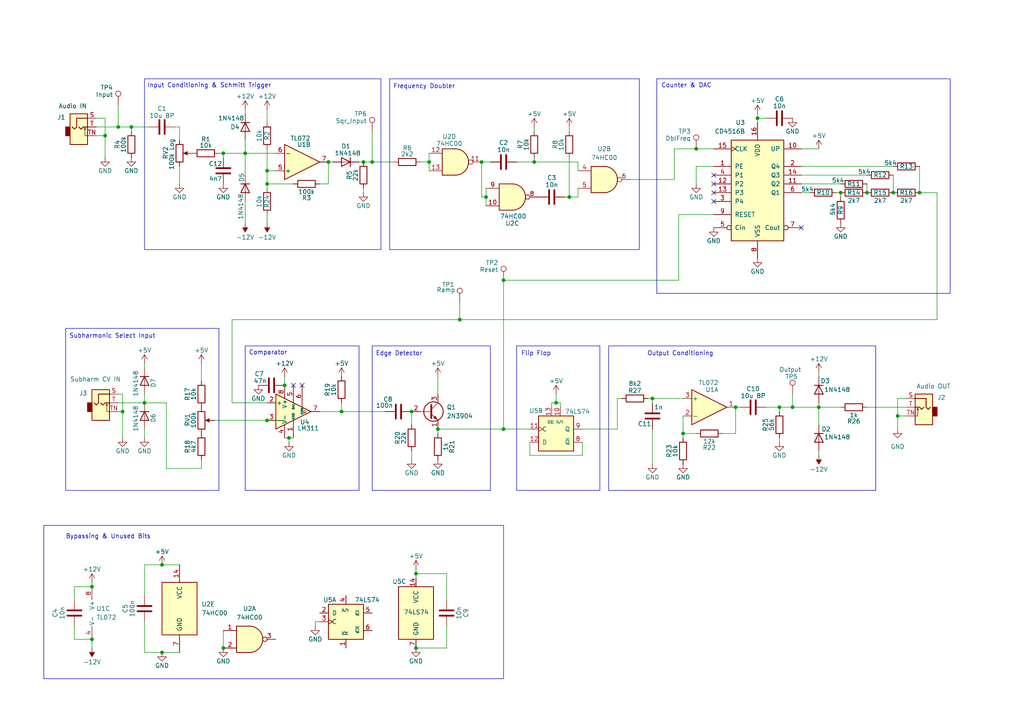
<source format=kicad_sch>
(kicad_sch (version 20250114) (generator "eeschema") (generator_version "9.0")
  (paper "A4")
  (title_block (title "Subharmolizer Schematic") (date "2025-09-20") (rev "2") (company "molen, inc."))
  (lib_symbols
    (symbol "74LS74_1" (pin_names (offset 1.016))
      (property "Reference" "U5" (at -6.604 6.35 0))
      (property "Value" "74LS74" (at 2.54 6.35 0))
      (symbol "74LS74_1_1_0"
        (pin input line (at -7.62 2.54 0) (length 2.54) (name "D") (number "2"))
        (pin input clock (at -7.62 0 0) (length 2.54) (name "C") (number "3"))
        (pin input line (at 0 7.62 270) (length 2.54) (name "~{S}") (number "4"))
        (pin input line (at 0 -7.62 90) (length 2.54) (name "~{R}") (number "1"))
        (pin output line (at 7.62 2.54 180) (length 2.54) (name "Q") (number "5"))
        (pin output line (at 7.62 -2.54 180) (length 2.54) (name "~{Q}") (number "6"))
      )
      (symbol "74LS74_1_2_0"
        (pin input clock (at -7.62 1.27 0) (length 2.54) (name "C") (number "11"))
        (pin input line (at -7.62 -2.54 0) (length 2.54) (name "D") (number "12"))
        (pin input line (at -1.27 7.62 270) (length 2.54) (name "~{R}") (number "13"))
        (pin input line (at 1.27 7.62 270) (length 2.54) (name "~{S}") (number "10"))
        (pin output line (at 7.62 1.27 180) (length 2.54) (name "Q") (number "9"))
        (pin output line (at 7.62 -2.54 180) (length 2.54) (name "~{Q}") (number "8"))
      )
      (symbol "74LS74_1_3_0"
        (pin power_in line (at 0 10.16 270) (length 2.54) (name "VCC") (number "14"))
        (pin power_in line (at 0 -10.16 90) (length 2.54) (name "GND") (number "7"))
      )
    )
    (symbol "74LS74_2" (pin_names (offset 1.016))
      (property "Reference" "U5" (at -6.604 6.35 0))
      (property "Value" "74LS74" (at 2.54 6.35 0))
      (symbol "74LS74_2_1_0"
        (pin input line (at -7.62 2.54 0) (length 2.54) (name "D") (number "2"))
        (pin input clock (at -7.62 0 0) (length 2.54) (name "C") (number "3"))
        (pin input line (at 0 7.62 270) (length 2.54) (name "~{S}") (number "4"))
        (pin input line (at 0 -7.62 90) (length 2.54) (name "~{R}") (number "1"))
        (pin output line (at 7.62 2.54 180) (length 2.54) (name "Q") (number "5"))
        (pin output line (at 7.62 -2.54 180) (length 2.54) (name "~{Q}") (number "6"))
      )
      (symbol "74LS74_2_2_0"
        (pin input clock (at -7.62 1.27 0) (length 2.54) (name "C") (number "11"))
        (pin input line (at -7.62 -2.54 0) (length 2.54) (name "D") (number "12"))
        (pin input line (at -1.27 7.62 270) (length 2.54) (name "~{R}") (number "13"))
        (pin input line (at 1.27 7.62 270) (length 2.54) (name "~{S}") (number "10"))
        (pin output line (at 7.62 1.27 180) (length 2.54) (name "Q") (number "9"))
        (pin output line (at 7.62 -2.54 180) (length 2.54) (name "~{Q}") (number "8"))
      )
      (symbol "74LS74_2_3_0"
        (pin power_in line (at 0 10.16 270) (length 2.54) (name "VCC") (number "14"))
        (pin power_in line (at 0 -10.16 90) (length 2.54) (name "GND") (number "7"))
      )
    )
    (symbol "74xx:74HC00" (pin_names (offset 1.016))
      (property "Reference" "U" (at 0 1.27 0))
      (property "Value" "74HC00" (at 0 -1.27 0))
      (symbol "74HC00_1_1"
        (pin input line (at -7.62 2.54 0) (length 3.81) (name "~") (number "1"))
        (pin input line (at -7.62 -2.54 0) (length 3.81) (name "~") (number "2"))
        (pin output inverted (at 7.62 0 180) (length 3.81) (name "~") (number "3"))
      )
      (symbol "74HC00_1_2"
        (pin input inverted (at -7.62 2.54 0) (length 4.318) (name "~") (number "1"))
        (pin input inverted (at -7.62 -2.54 0) (length 4.318) (name "~") (number "2"))
        (pin output line (at 7.62 0 180) (length 3.81) (name "~") (number "3"))
      )
      (symbol "74HC00_2_1"
        (pin input line (at -7.62 2.54 0) (length 3.81) (name "~") (number "4"))
        (pin input line (at -7.62 -2.54 0) (length 3.81) (name "~") (number "5"))
        (pin output inverted (at 7.62 0 180) (length 3.81) (name "~") (number "6"))
      )
      (symbol "74HC00_2_2"
        (pin input inverted (at -7.62 2.54 0) (length 4.318) (name "~") (number "4"))
        (pin input inverted (at -7.62 -2.54 0) (length 4.318) (name "~") (number "5"))
        (pin output line (at 7.62 0 180) (length 3.81) (name "~") (number "6"))
      )
      (symbol "74HC00_3_1"
        (pin input line (at -7.62 2.54 0) (length 3.81) (name "~") (number "9"))
        (pin input line (at -7.62 -2.54 0) (length 3.81) (name "~") (number "10"))
        (pin output inverted (at 7.62 0 180) (length 3.81) (name "~") (number "8"))
      )
      (symbol "74HC00_3_2"
        (pin input inverted (at -7.62 2.54 0) (length 4.318) (name "~") (number "9"))
        (pin input inverted (at -7.62 -2.54 0) (length 4.318) (name "~") (number "10"))
        (pin output line (at 7.62 0 180) (length 3.81) (name "~") (number "8"))
      )
      (symbol "74HC00_4_1"
        (pin input line (at -7.62 2.54 0) (length 3.81) (name "~") (number "12"))
        (pin input line (at -7.62 -2.54 0) (length 3.81) (name "~") (number "13"))
        (pin output inverted (at 7.62 0 180) (length 3.81) (name "~") (number "11"))
      )
      (symbol "74HC00_4_2"
        (pin input inverted (at -7.62 2.54 0) (length 4.318) (name "~") (number "12"))
        (pin input inverted (at -7.62 -2.54 0) (length 4.318) (name "~") (number "13"))
        (pin output line (at 7.62 0 180) (length 3.81) (name "~") (number "11"))
      )
      (symbol "74HC00_5_0"
        (pin power_in line (at 0 12.7 270) (length 5.08) (name "VCC") (number "14"))
        (pin power_in line (at 0 -12.7 90) (length 5.08) (name "GND") (number "7"))
      )
    )
    (symbol "74xx:74LS74" (pin_names (offset 1.016))
      (property "Reference" "U5" (at -6.604 6.35 0))
      (property "Value" "74LS74" (at 2.54 6.35 0))
      (symbol "74LS74_1_0"
        (pin input line (at -7.62 2.54 0) (length 2.54) (name "D") (number "2"))
        (pin input clock (at -7.62 0 0) (length 2.54) (name "C") (number "3"))
        (pin input line (at 0 7.62 270) (length 2.54) (name "~{S}") (number "4"))
        (pin input line (at 0 -7.62 90) (length 2.54) (name "~{R}") (number "1"))
        (pin output line (at 7.62 2.54 180) (length 2.54) (name "Q") (number "5"))
        (pin output line (at 7.62 -2.54 180) (length 2.54) (name "~{Q}") (number "6"))
      )
      (symbol "74LS74_2_0"
        (pin input clock (at -7.62 1.27 0) (length 2.54) (name "C") (number "11"))
        (pin input line (at -7.62 -2.54 0) (length 2.54) (name "D") (number "12"))
        (pin input line (at -1.27 7.62 270) (length 2.54) (name "~{R}") (number "13"))
        (pin input line (at 1.27 7.62 270) (length 2.54) (name "~{S}") (number "10"))
        (pin output line (at 7.62 1.27 180) (length 2.54) (name "Q") (number "9"))
        (pin output line (at 7.62 -2.54 180) (length 2.54) (name "~{Q}") (number "8"))
      )
      (symbol "74LS74_3_0"
        (pin power_in line (at 0 10.16 270) (length 2.54) (name "VCC") (number "14"))
        (pin power_in line (at 0 -10.16 90) (length 2.54) (name "GND") (number "7"))
      )
    )
    (symbol "Amplifier_Operational:TL072" (pin_names (offset 0.127))
      (property "Reference" "U" (at 0 5.08 0))
      (property "Value" "TL072" (at 0 -5.08 0))
      (symbol "TL072_1_1"
        (pin input line (at -7.62 2.54 0) (length 2.54) (name "+") (number "3"))
        (pin input line (at -7.62 -2.54 0) (length 2.54) (name "-") (number "2"))
        (pin output line (at 7.62 0 180) (length 2.54) (name "~") (number "1"))
      )
      (symbol "TL072_2_1"
        (pin input line (at -7.62 2.54 0) (length 2.54) (name "+") (number "5"))
        (pin input line (at -7.62 -2.54 0) (length 2.54) (name "-") (number "6"))
        (pin output line (at 7.62 0 180) (length 2.54) (name "~") (number "7"))
      )
      (symbol "TL072_3_1"
        (pin power_in line (at -2.54 7.62 270) (length 3.81) (name "V+") (number "8"))
        (pin power_in line (at -2.54 -7.62 90) (length 3.81) (name "V-") (number "4"))
      )
    )
    (symbol "Comparator:LM311" (pin_names (offset 0.127))
      (property "Reference" "U" (at 3.81 6.35 0))
      (property "Value" "LM311" (at 3.81 3.81 0))
      (symbol "LM311_1_1"
        (pin input line (at -7.62 2.54 0) (length 2.54) (name "+") (number "2"))
        (pin input line (at -7.62 -2.54 0) (length 2.54) (name "-") (number "3"))
        (pin power_in line (at -2.54 7.62 270) (length 3.81) (name "V+") (number "8"))
        (pin power_in line (at -2.54 -7.62 90) (length 3.81) (name "V-") (number "4"))
        (pin input line (at 0 7.62 270) (length 5.08) (name "BAL") (number "5"))
        (pin passive line (at 0 -7.62 90) (length 5.08) (name "GND") (number "1"))
        (pin input line (at 2.54 7.62 270) (length 6.35) (name "STRB") (number "6"))
        (pin open_collector line (at 7.62 0 180) (length 2.54) (name "~") (number "7"))
      )
    )
    (symbol "Connector:TestPoint" (pin_numbers (hide yes)) (pin_names (offset 0.762) (hide yes))
      (property "Reference" "TP" (at 0 6.858 0))
      (property "Value" "TestPoint" (at 0 5.08 0))
      (symbol "TestPoint_1_1"
        (pin passive line (at 0 0 90) (length 2.54) (name "1") (number "1"))
      )
    )
    (symbol "Connector_Audio:AudioJack2_SwitchT"
      (property "Reference" "J" (at 0 8.89 0))
      (property "Value" "AudioJack2_SwitchT" (at 0 6.35 0))
      (symbol "AudioJack2_SwitchT_1_1"
        (pin passive line (at 5.08 2.54 180) (length 2.54) (name "~") (number "S"))
        (pin passive line (at 5.08 0 180) (length 2.54) (name "~") (number "T"))
        (pin passive line (at 5.08 -2.54 180) (length 2.54) (name "~") (number "TN"))
      )
    )
    (symbol "Device:C" (pin_numbers (hide yes)) (pin_names (offset 0.254))
      (property "Reference" "C" (at 0.635 2.54 0))
      (property "Value" "C" (at 0.635 -2.54 0))
      (symbol "C_1_1"
        (pin passive line (at 0 3.81 270) (length 2.794) (name "~") (number "1"))
        (pin passive line (at 0 -3.81 90) (length 2.794) (name "~") (number "2"))
      )
    )
    (symbol "Device:R" (pin_numbers (hide yes)) (pin_names (offset 0))
      (property "Reference" "R" (at 2.032 0 90))
      (property "Value" "R" (at 0 0 90))
      (symbol "R_1_1"
        (pin passive line (at 0 3.81 270) (length 1.27) (name "~") (number "1"))
        (pin passive line (at 0 -3.81 90) (length 1.27) (name "~") (number "2"))
      )
    )
    (symbol "Device:R_Potentiometer" (pin_numbers (hide yes)) (pin_names (offset 1.016) (hide yes))
      (property "Reference" "RV" (at -4.445 0 90))
      (property "Value" "R_Potentiometer" (at -2.54 0 90))
      (symbol "R_Potentiometer_1_1"
        (pin passive line (at 0 3.81 270) (length 1.27) (name "1") (number "1"))
        (pin passive line (at 0 -3.81 90) (length 1.27) (name "3") (number "3"))
        (pin passive line (at 3.81 0 180) (length 1.27) (name "2") (number "2"))
      )
    )
    (symbol "Diode:1N4148" (pin_numbers (hide yes)) (pin_names (hide yes))
      (property "Reference" "D" (at 0 2.54 0))
      (property "Value" "1N4148" (at 0 -2.54 0))
      (symbol "1N4148_1_1"
        (pin passive line (at -3.81 0 0) (length 2.54) (name "K") (number "1"))
        (pin passive line (at 3.81 0 180) (length 2.54) (name "A") (number "2"))
      )
    )
    (symbol "MolenSymbols:4516" (pin_names (offset 1.016))
      (property "Reference" "U" (at -7.62 16.51 0))
      (property "Value" "CD4516B" (at -7.112 -16.002 0))
      (symbol "4516_1_0"
        (pin input clock (at -12.7 12.7 0) (length 5.08) (name "CLK") (number "15"))
        (pin input line (at -12.7 7.62 0) (length 5.08) (name "PE") (number "1"))
        (pin input line (at -12.7 5.08 0) (length 5.08) (name "P1") (number "4"))
        (pin input line (at -12.7 2.54 0) (length 5.08) (name "P2") (number "12"))
        (pin input line (at -12.7 0 0) (length 5.08) (name "P3") (number "13"))
        (pin input line (at -12.7 -2.54 0) (length 5.08) (name "P4") (number "3"))
        (pin input line (at -12.7 -6.35 0) (length 5.08) (name "RESET") (number "9"))
        (pin input inverted (at -12.7 -10.16 0) (length 5.08) (name "Cin") (number "5"))
        (pin power_in line (at 0 20.32 270) (length 5.08) (name "VDD") (number "16"))
        (pin power_in line (at 0 -19.05 90) (length 5.08) (name "VSS") (number "8"))
        (pin input line (at 12.7 12.7 180) (length 5.08) (name "UP") (number "10"))
        (pin output line (at 12.7 7.62 180) (length 5.08) (name "Q4") (number "2"))
        (pin output line (at 12.7 5.08 180) (length 5.08) (name "Q3") (number "14"))
        (pin output line (at 12.7 2.54 180) (length 5.08) (name "Q2") (number "11"))
        (pin output line (at 12.7 0 180) (length 5.08) (name "Q1") (number "6"))
        (pin output inverted (at 12.7 -10.16 180) (length 5.08) (name "Cout") (number "7"))
      )
    )
    (symbol "Transistor_BJT:2N3904" (pin_names (offset 0) (hide yes))
      (property "Reference" "Q" (at 5.08 1.905 0))
      (property "Value" "2N3904" (at 5.08 0 0))
      (symbol "2N3904_1_1"
        (pin input line (at -5.08 0 0) (length 2.54) (name "B") (number "2"))
        (pin passive line (at 2.54 5.08 270) (length 2.54) (name "C") (number "3"))
        (pin passive line (at 2.54 -5.08 90) (length 2.54) (name "E") (number "1"))
      )
    )
    (symbol "power:+12V" (power) (pin_numbers (hide yes)) (pin_names (offset 0) (hide yes))
      (property "Value" "+12V" (at 0 3.556 0))
      (symbol "+12V_1_1"
        (pin power_in line (at 0 0 90) (length 0) (name "~") (number "1"))
      )
    )
    (symbol "power:+5V" (power) (pin_numbers (hide yes)) (pin_names (offset 0) (hide yes))
      (property "Value" "+5V" (at 0 3.556 0))
      (symbol "+5V_1_1"
        (pin power_in line (at 0 0 90) (length 0) (name "~") (number "1"))
      )
    )
    (symbol "power:-12V" (power) (pin_numbers (hide yes)) (pin_names (offset 0) (hide yes))
      (property "Value" "-12V" (at 0 3.556 0))
      (symbol "-12V_0_0"
        (pin power_in line (at 0 0 90) (length 0) (name "~") (number "1"))
      )
    )
    (symbol "power:GND" (power) (pin_numbers (hide yes)) (pin_names (offset 0) (hide yes))
      (property "Value" "GND" (at 0 -3.81 0))
      (symbol "GND_1_1"
        (pin power_in line (at 0 0 270) (length 0) (name "~") (number "1"))
      )
    )
  )
  (rectangle (start 41.91 22.86) (end 110.49 72.39))
  (rectangle (start 107.95 100.33) (end 142.24 142.24))
  (rectangle (start 12.7 152.4) (end 146.05 196.85))
  (rectangle (start 113.03 22.86) (end 185.42 72.39))
  (rectangle (start 149.86 100.33) (end 173.99 142.24))
  (rectangle (start 176.53 100.33) (end 254 142.24))
  (rectangle (start 19.05 95.25) (end 63.5 142.24))
  (rectangle (start 71.12 100.33) (end 104.14 142.24))
  (rectangle (start 190.5 22.86) (end 275.59 85.09))
  (text "Bypassing & Unused Bits" (at 19.05 155.702 0) (effects (font (size 1.27 1.27)) (justify left)))
  (text "Frequency Doubler" (at 114.046 25.146 0) (effects (font (size 1.27 1.27)) (justify left)))
  (text "Counter & DAC" (at 191.77 24.892 0) (effects (font (size 1.27 1.27)) (justify left)))
  (text "Edge Detector" (at 108.966 102.616 0) (effects (font (size 1.27 1.27)) (justify left)))
  (text "Input Conditioning & Schmitt Trigger" (at 60.706 24.892 0) (effects (font (size 1.27 1.27))))
  (text "Flip Flop" (at 151.13 102.616 0) (effects (font (size 1.27 1.27)) (justify left)))
  (text "Output Conditioning" (at 187.706 102.616 0) (effects (font (size 1.27 1.27)) (justify left)))
  (text "Comparator" (at 72.136 102.362 0) (effects (font (size 1.27 1.27)) (justify left)))
  (text "Subharmonic Select Input" (at 20.066 97.536 0) (effects (font (size 1.27 1.27)) (justify left)))
  (junction (at 107.95 46.99))
  (junction (at 243.84 55.88))
  (junction (at 198.12 125.73))
  (junction (at 46.99 163.83))
  (junction (at 34.29 36.83))
  (junction (at 127 124.46))
  (junction (at 124.46 46.99))
  (junction (at 146.05 124.46))
  (junction (at 82.55 111.76))
  (junction (at 226.06 118.11))
  (junction (at 213.36 118.11))
  (junction (at 165.1 57.15))
  (junction (at 189.23 115.57))
  (junction (at 154.94 46.99))
  (junction (at 26.67 170.18))
  (junction (at 77.47 121.92))
  (junction (at 38.1 36.83))
  (junction (at 133.35 92.71))
  (junction (at 30.48 39.37))
  (junction (at 99.06 119.38))
  (junction (at 77.47 53.34))
  (junction (at 64.77 44.45))
  (junction (at 146.05 81.28))
  (junction (at 260.35 120.65))
  (junction (at 35.56 119.38))
  (junction (at 266.7 55.88))
  (junction (at 83.82 127))
  (junction (at 105.41 46.99))
  (junction (at 237.49 118.11))
  (junction (at 77.47 49.53))
  (junction (at 26.67 185.42))
  (junction (at 259.08 55.88))
  (junction (at 64.77 187.96))
  (junction (at 120.65 166.37))
  (junction (at 251.46 55.88))
  (junction (at 161.29 116.84))
  (junction (at 140.97 57.15))
  (junction (at 41.91 116.84))
  (junction (at 139.7 46.99))
  (junction (at 201.93 43.18))
  (junction (at 71.12 44.45))
  (junction (at 95.25 46.99))
  (junction (at 119.38 119.38))
  (junction (at 46.99 189.23))
  (junction (at 120.65 187.96))
  (junction (at 219.71 34.29))
  (junction (at 229.87 118.11))
  (no_connect (at 207.01 58.42))
  (no_connect (at 207.01 50.8))
  (no_connect (at 85.09 111.76))
  (no_connect (at 207.01 53.34))
  (no_connect (at 232.41 66.04))
  (no_connect (at 87.63 111.76))
  (no_connect (at 207.01 55.88))
  (wire (pts (xy 142.24 46.99) (xy 139.7 46.99)))
  (wire (pts (xy 243.84 55.88) (xy 243.84 57.15)))
  (wire (pts (xy 127 109.22) (xy 127 114.3)))
  (wire (pts (xy 111.76 119.38) (xy 99.06 119.38)))
  (wire (pts (xy 140.97 57.15) (xy 140.97 59.69)))
  (wire (pts (xy 139.7 57.15) (xy 140.97 57.15)))
  (wire (pts (xy 34.29 36.83) (xy 38.1 36.83)))
  (wire (pts (xy 133.35 92.71) (xy 133.35 87.63)))
  (wire (pts (xy 127 125.73) (xy 127 124.46)))
  (wire (pts (xy 189.23 124.46) (xy 189.23 134.62)))
  (wire (pts (xy 52.07 48.26) (xy 52.07 53.34)))
  (wire (pts (xy 213.36 118.11) (xy 213.36 125.73)))
  (wire (pts (xy 77.47 116.84) (xy 67.31 116.84)))
  (wire (pts (xy 99.06 119.38) (xy 92.71 119.38)))
  (wire (pts (xy 219.71 34.29) (xy 219.71 35.56)))
  (wire (pts (xy 160.02 116.84) (xy 161.29 116.84)))
  (wire (pts (xy 163.83 57.15) (xy 165.1 57.15)))
  (wire (pts (xy 82.55 121.92) (xy 77.47 121.92)))
  (wire (pts (xy 260.35 120.65) (xy 260.35 124.46)))
  (wire (pts (xy 107.95 38.1) (xy 107.95 46.99)))
  (wire (pts (xy 251.46 118.11) (xy 262.89 118.11)))
  (wire (pts (xy 232.41 48.26) (xy 259.08 48.26)))
  (wire (pts (xy 133.35 92.71) (xy 271.78 92.71)))
  (wire (pts (xy 179.07 124.46) (xy 168.91 124.46)))
  (wire (pts (xy 154.94 46.99) (xy 154.94 45.72)))
  (wire (pts (xy 226.06 119.38) (xy 226.06 118.11)))
  (wire (pts (xy 34.29 116.84) (xy 41.91 116.84)))
  (wire (pts (xy 179.07 115.57) (xy 179.07 124.46)))
  (wire (pts (xy 167.64 46.99) (xy 167.64 49.53)))
  (wire (pts (xy 77.47 31.75) (xy 77.47 35.56)))
  (wire (pts (xy 146.05 81.28) (xy 146.05 124.46)))
  (wire (pts (xy 234.95 55.88) (xy 232.41 55.88)))
  (wire (pts (xy 237.49 123.19) (xy 237.49 118.11)))
  (wire (pts (xy 262.89 120.65) (xy 260.35 120.65)))
  (wire (pts (xy 149.86 46.99) (xy 154.94 46.99)))
  (wire (pts (xy 229.87 118.11) (xy 237.49 118.11)))
  (wire (pts (xy 189.23 115.57) (xy 198.12 115.57)))
  (wire (pts (xy 201.93 125.73) (xy 198.12 125.73)))
  (wire (pts (xy 41.91 172.72) (xy 41.91 163.83)))
  (wire (pts (xy 165.1 45.72) (xy 165.1 57.15)))
  (wire (pts (xy 259.08 50.8) (xy 259.08 55.88)))
  (wire (pts (xy 232.41 43.18) (xy 237.49 43.18)))
  (wire (pts (xy 64.77 45.72) (xy 64.77 44.45)))
  (wire (pts (xy 107.95 46.99) (xy 114.3 46.99)))
  (wire (pts (xy 207.01 48.26) (xy 201.93 48.26)))
  (wire (pts (xy 34.29 119.38) (xy 35.56 119.38)))
  (wire (pts (xy 27.94 34.29) (xy 30.48 34.29)))
  (wire (pts (xy 105.41 55.88) (xy 105.41 54.61)))
  (wire (pts (xy 41.91 163.83) (xy 46.99 163.83)))
  (wire (pts (xy 77.47 62.23) (xy 77.47 64.77)))
  (wire (pts (xy 161.29 114.3) (xy 161.29 116.84)))
  (wire (pts (xy 213.36 125.73) (xy 209.55 125.73)))
  (wire (pts (xy 83.82 127) (xy 85.09 127)))
  (wire (pts (xy 201.93 43.18) (xy 207.01 43.18)))
  (wire (pts (xy 121.92 46.99) (xy 124.46 46.99)))
  (wire (pts (xy 82.55 109.22) (xy 82.55 111.76)))
  (wire (pts (xy 127 124.46) (xy 146.05 124.46)))
  (wire (pts (xy 260.35 115.57) (xy 262.89 115.57)))
  (wire (pts (xy 21.59 185.42) (xy 26.67 185.42)))
  (wire (pts (xy 140.97 54.61) (xy 140.97 57.15)))
  (wire (pts (xy 222.25 118.11) (xy 226.06 118.11)))
  (wire (pts (xy 196.85 81.28) (xy 146.05 81.28)))
  (wire (pts (xy 38.1 36.83) (xy 43.18 36.83)))
  (wire (pts (xy 41.91 189.23) (xy 46.99 189.23)))
  (wire (pts (xy 105.41 46.99) (xy 107.95 46.99)))
  (wire (pts (xy 64.77 44.45) (xy 71.12 44.45)))
  (wire (pts (xy 41.91 180.34) (xy 41.91 189.23)))
  (wire (pts (xy 27.94 36.83) (xy 34.29 36.83)))
  (wire (pts (xy 154.94 36.83) (xy 154.94 38.1)))
  (wire (pts (xy 214.63 118.11) (xy 213.36 118.11)))
  (wire (pts (xy 71.12 44.45) (xy 71.12 50.8)))
  (wire (pts (xy 92.71 180.34) (xy 91.44 180.34)))
  (wire (pts (xy 30.48 34.29) (xy 30.48 39.37)))
  (wire (pts (xy 120.65 166.37) (xy 129.54 166.37)))
  (wire (pts (xy 71.12 58.42) (xy 71.12 64.77)))
  (wire (pts (xy 251.46 53.34) (xy 251.46 55.88)))
  (wire (pts (xy 21.59 173.99) (xy 21.59 170.18)))
  (wire (pts (xy 91.44 180.34) (xy 91.44 181.61)))
  (wire (pts (xy 34.29 30.48) (xy 34.29 36.83)))
  (wire (pts (xy 92.71 53.34) (xy 95.25 53.34)))
  (wire (pts (xy 168.91 128.27) (xy 168.91 132.08)))
  (wire (pts (xy 237.49 130.81) (xy 237.49 132.08)))
  (wire (pts (xy 198.12 127) (xy 198.12 125.73)))
  (wire (pts (xy 58.42 105.41) (xy 58.42 110.49)))
  (wire (pts (xy 26.67 168.91) (xy 26.67 170.18)))
  (wire (pts (xy 237.49 109.22) (xy 237.49 107.95)))
  (wire (pts (xy 195.58 52.07) (xy 182.88 52.07)))
  (wire (pts (xy 77.47 43.18) (xy 77.47 49.53)))
  (wire (pts (xy 77.47 53.34) (xy 85.09 53.34)))
  (wire (pts (xy 52.07 36.83) (xy 52.07 40.64)))
  (wire (pts (xy 41.91 105.41) (xy 41.91 106.68)))
  (wire (pts (xy 77.47 53.34) (xy 77.47 54.61)))
  (wire (pts (xy 83.82 128.27) (xy 83.82 127)))
  (wire (pts (xy 162.56 118.11) (xy 162.56 116.84)))
  (wire (pts (xy 242.57 55.88) (xy 243.84 55.88)))
  (wire (pts (xy 139.7 57.15) (xy 139.7 46.99)))
  (wire (pts (xy 129.54 181.61) (xy 129.54 187.96)))
  (wire (pts (xy 160.02 118.11) (xy 160.02 116.84)))
  (wire (pts (xy 189.23 115.57) (xy 189.23 116.84)))
  (wire (pts (xy 198.12 125.73) (xy 198.12 120.65)))
  (wire (pts (xy 120.65 165.1) (xy 120.65 166.37)))
  (wire (pts (xy 71.12 40.64) (xy 71.12 44.45)))
  (wire (pts (xy 196.85 62.23) (xy 196.85 81.28)))
  (wire (pts (xy 162.56 116.84) (xy 161.29 116.84)))
  (wire (pts (xy 201.93 48.26) (xy 201.93 53.34)))
  (wire (pts (xy 26.67 187.96) (xy 26.67 185.42)))
  (wire (pts (xy 41.91 124.46) (xy 41.91 127)))
  (wire (pts (xy 129.54 173.99) (xy 129.54 166.37)))
  (wire (pts (xy 35.56 114.3) (xy 35.56 119.38)))
  (wire (pts (xy 80.01 44.45) (xy 71.12 44.45)))
  (wire (pts (xy 219.71 34.29) (xy 222.25 34.29)))
  (wire (pts (xy 77.47 49.53) (xy 80.01 49.53)))
  (wire (pts (xy 77.47 49.53) (xy 77.47 53.34)))
  (wire (pts (xy 167.64 57.15) (xy 167.64 54.61)))
  (wire (pts (xy 52.07 189.23) (xy 46.99 189.23)))
  (wire (pts (xy 237.49 116.84) (xy 237.49 118.11)))
  (wire (pts (xy 38.1 36.83) (xy 38.1 38.1)))
  (wire (pts (xy 219.71 33.02) (xy 219.71 34.29)))
  (wire (pts (xy 34.29 114.3) (xy 35.56 114.3)))
  (wire (pts (xy 232.41 50.8) (xy 251.46 50.8)))
  (wire (pts (xy 30.48 39.37) (xy 30.48 45.72)))
  (wire (pts (xy 64.77 44.45) (xy 63.5 44.45)))
  (wire (pts (xy 71.12 31.75) (xy 71.12 33.02)))
  (wire (pts (xy 67.31 92.71) (xy 133.35 92.71)))
  (wire (pts (xy 266.7 48.26) (xy 266.7 55.88)))
  (wire (pts (xy 232.41 53.34) (xy 243.84 53.34)))
  (wire (pts (xy 271.78 55.88) (xy 266.7 55.88)))
  (wire (pts (xy 95.25 46.99) (xy 96.52 46.99)))
  (wire (pts (xy 129.54 187.96) (xy 120.65 187.96)))
  (wire (pts (xy 271.78 92.71) (xy 271.78 55.88)))
  (wire (pts (xy 195.58 43.18) (xy 195.58 52.07)))
  (wire (pts (xy 48.26 116.84) (xy 41.91 116.84)))
  (wire (pts (xy 52.07 36.83) (xy 50.8 36.83)))
  (wire (pts (xy 179.07 115.57) (xy 180.34 115.57)))
  (wire (pts (xy 83.82 127) (xy 82.55 127)))
  (wire (pts (xy 21.59 170.18) (xy 26.67 170.18)))
  (wire (pts (xy 41.91 114.3) (xy 41.91 116.84)))
  (wire (pts (xy 58.42 135.89) (xy 58.42 133.35)))
  (wire (pts (xy 67.31 92.71) (xy 67.31 116.84)))
  (wire (pts (xy 153.67 132.08) (xy 153.67 128.27)))
  (wire (pts (xy 195.58 43.18) (xy 201.93 43.18)))
  (wire (pts (xy 154.94 46.99) (xy 167.64 46.99)))
  (wire (pts (xy 229.87 114.3) (xy 229.87 118.11)))
  (wire (pts (xy 95.25 53.34) (xy 95.25 46.99)))
  (wire (pts (xy 119.38 119.38) (xy 119.38 123.19)))
  (wire (pts (xy 207.01 62.23) (xy 196.85 62.23)))
  (wire (pts (xy 124.46 44.45) (xy 124.46 46.99)))
  (wire (pts (xy 165.1 36.83) (xy 165.1 38.1)))
  (wire (pts (xy 124.46 46.99) (xy 124.46 49.53)))
  (wire (pts (xy 260.35 120.65) (xy 260.35 115.57)))
  (wire (pts (xy 104.14 46.99) (xy 105.41 46.99)))
  (wire (pts (xy 226.06 118.11) (xy 229.87 118.11)))
  (wire (pts (xy 168.91 132.08) (xy 153.67 132.08)))
  (wire (pts (xy 58.42 135.89) (xy 48.26 135.89)))
  (wire (pts (xy 187.96 115.57) (xy 189.23 115.57)))
  (wire (pts (xy 52.07 163.83) (xy 46.99 163.83)))
  (wire (pts (xy 120.65 166.37) (xy 120.65 167.64)))
  (wire (pts (xy 62.23 121.92) (xy 77.47 121.92)))
  (wire (pts (xy 237.49 118.11) (xy 243.84 118.11)))
  (wire (pts (xy 226.06 128.27) (xy 226.06 127)))
  (wire (pts (xy 146.05 124.46) (xy 153.67 124.46)))
  (wire (pts (xy 64.77 182.88) (xy 64.77 187.96)))
  (wire (pts (xy 48.26 135.89) (xy 48.26 116.84)))
  (wire (pts (xy 119.38 130.81) (xy 119.38 133.35)))
  (wire (pts (xy 35.56 119.38) (xy 35.56 127)))
  (wire (pts (xy 99.06 116.84) (xy 99.06 119.38)))
  (wire (pts (xy 27.94 39.37) (xy 30.48 39.37)))
  (wire (pts (xy 165.1 57.15) (xy 167.64 57.15)))
  (wire (pts (xy 21.59 181.61) (xy 21.59 185.42)))
  (symbol (lib_name "74LS74_2") (lib_id "74xx:74LS74") (at 100.33 180.34 0) (unit 1)
    (property "Reference" "U5" (at 93.726 173.99 0) (effects (justify left)))
    (property "Value" "74LS74" (at 102.87 173.99 0) (effects (justify left)))
    (property "Datasheet" "74xx/74hc_hct74.pdf" (effects (hide yes)))
    (property "Description" "Dual D Flip-flop, Set & Reset" (effects (hide yes)))
  )
  (symbol (lib_id "power:GND") (at 35.56 127 0) (unit 1)
    (property "Reference" "#PWR021" (effects (hide yes)))
    (property "Value" "GND" (at 35.56 130.81 0))
    (property "Description" "Power symbol creates a global label with name \"GND\" , ground" (effects (hide yes)))
  )
  (symbol (lib_id "Device:C") (at 46.99 36.83 90) (unit 1)
    (property "Reference" "C1" (at 46.99 31.496 90))
    (property "Value" "10u BP" (at 46.99 33.528 90))
    (property "Description" "Unpolarized capacitor" (effects (hide yes)))
  )
  (symbol (lib_id "Device:R") (at 243.84 60.96 0) (unit 1)
    (property "Reference" "R9" (at 243.84 60.96 90))
    (property "Value" "5k4" (at 241.554 60.706 90))
    (property "Description" "Resistor" (effects (hide yes)))
  )
  (symbol (lib_id "Device:R_Potentiometer") (at 58.42 121.92 0) (unit 1)
    (property "Reference" "RV1" (at 54.356 119.888 90) (effects (justify right)))
    (property "Value" "100k" (at 56.134 119.38 90) (effects (justify right)))
    (property "Description" "Linear Potentiometer" (effects (hide yes)))
  )
  (symbol (lib_id "Diode:1N4148") (at 41.91 110.49 270) (unit 1)
    (property "Reference" "D7" (at 44.45 109.728 0) (effects (justify left)))
    (property "Value" "1N4148" (at 39.37 107.442 0) (effects (justify left)))
    (property "Footprint" "Diode_THT:D_DO-35_SOD27_P7.62mm_Horizontal" (effects (hide yes)))
    (property "Datasheet" "https://assets.nexperia.com/documents/data-sheet/1N4148_1N4448.pdf" (effects (hide yes)))
    (property "Description" "100V 0.15A standard switching diode, DO-35" (effects (hide yes)))
    (property "Sim.Device" "D" (effects (hide yes)))
    (property "Sim.Pins" "1=K 2=A" (effects (hide yes)))
  )
  (symbol (lib_id "power:+12V") (at 26.67 168.91 0) (unit 1)
    (property "Reference" "#PWR06" (effects (hide yes)))
    (property "Value" "+12V" (at 26.67 165.1 0))
    (property "Description" "Power symbol creates a global label with name \"+12V\"" (effects (hide yes)))
  )
  (symbol (lib_id "Device:R") (at 247.65 53.34 270) (unit 1)
    (property "Reference" "R11" (at 247.65 53.34 90))
    (property "Value" "5k4" (at 243.078 52.324 90))
    (property "Description" "Resistor" (effects (hide yes)))
  )
  (symbol (lib_id "Device:R") (at 58.42 129.54 180) (unit 1)
    (property "Reference" "R18" (at 54.356 129.54 90))
    (property "Value" "4k7" (at 56.134 129.54 90))
    (property "Description" "Resistor" (effects (hide yes)))
  )
  (symbol (lib_id "power:GND") (at 260.35 124.46 0) (unit 1)
    (property "Reference" "#PWR02" (effects (hide yes)))
    (property "Value" "GND" (at 260.35 129.54 0))
    (property "Description" "Power symbol creates a global label with name \"GND\" , ground" (effects (hide yes)))
  )
  (symbol (lib_id "Amplifier_Operational:TL072") (at 205.74 118.11 0) (unit 1)
    (property "Reference" "U1" (at 206.502 113.03 0))
    (property "Value" "TL072" (at 205.486 110.998 0))
    (property "Datasheet" "http://www.ti.com/lit/ds/symlink/tl071.pdf" (effects (hide yes)))
    (property "Description" "Dual Low-Noise JFET-Input Operational Amplifiers, DIP-8/SOIC-8" (effects (hide yes)))
  )
  (symbol (lib_id "power:+5V") (at 154.94 36.83 0) (unit 1)
    (property "Reference" "#PWR011" (effects (hide yes)))
    (property "Value" "+5V" (at 154.94 33.02 0))
    (property "Description" "Power symbol creates a global label with name \"+5V\"" (effects (hide yes)))
  )
  (symbol (lib_id "Diode:1N4148") (at 41.91 120.65 270) (unit 1)
    (property "Reference" "D6" (at 44.45 119.888 0) (effects (justify left)))
    (property "Value" "1N4148" (at 39.37 117.602 0) (effects (justify left)))
    (property "Footprint" "Diode_THT:D_DO-35_SOD27_P7.62mm_Horizontal" (effects (hide yes)))
    (property "Datasheet" "https://assets.nexperia.com/documents/data-sheet/1N4148_1N4448.pdf" (effects (hide yes)))
    (property "Description" "100V 0.15A standard switching diode, DO-35" (effects (hide yes)))
    (property "Sim.Device" "D" (effects (hide yes)))
    (property "Sim.Pins" "1=K 2=A" (effects (hide yes)))
  )
  (symbol (lib_id "Transistor_BJT:2N3904") (at 124.46 119.38 0) (unit 1)
    (property "Reference" "Q1" (at 129.54 118.1099 0) (effects (justify left)))
    (property "Value" "2N3904" (at 129.54 120.6499 0) (effects (justify left)))
    (property "Footprint" "Package_TO_SOT_THT:TO-92_Inline" (effects (hide yes)))
    (property "Datasheet" "https://www.onsemi.com/pub/Collateral/2N3903-D.PDF" (effects (hide yes)))
    (property "Description" "0.2A Ic, 40V Vce, Small Signal NPN Transistor, TO-92" (effects (hide yes)))
  )
  (symbol (lib_id "Connector:TestPoint") (at 229.87 114.3 0) (unit 1)
    (property "Reference" "TP5" (at 231.394 109.22 0) (effects (justify right)))
    (property "Value" "Output" (at 232.41 107.188 0) (effects (justify right)))
    (property "Description" "test point" (effects (hide yes)))
  )
  (symbol (lib_id "Device:C") (at 189.23 120.65 180) (unit 1)
    (property "Reference" "C11" (at 186.944 122.936 0))
    (property "Value" "1n" (at 191.008 118.11 0))
    (property "Description" "Unpolarized capacitor" (effects (hide yes)))
  )
  (symbol (lib_id "Device:C") (at 64.77 49.53 180) (unit 1)
    (property "Reference" "C12" (at 62.484 47.498 0))
    (property "Value" "4n7" (at 62.484 51.816 0))
    (property "Description" "Unpolarized capacitor" (effects (hide yes)))
  )
  (symbol (lib_id "power:GND") (at 189.23 134.62 0) (unit 1)
    (property "Reference" "#PWR043" (effects (hide yes)))
    (property "Value" "GND" (at 189.23 138.43 0))
    (property "Description" "Power symbol creates a global label with name \"GND\" , ground" (effects (hide yes)))
  )
  (symbol (lib_id "power:+5V") (at 161.29 114.3 0) (unit 1)
    (property "Reference" "#PWR029" (effects (hide yes)))
    (property "Value" "+5V" (at 161.29 110.49 0))
    (property "Description" "Power symbol creates a global label with name \"+5V\"" (effects (hide yes)))
  )
  (symbol (lib_id "Device:C") (at 78.74 111.76 270) (mirror x) (unit 1)
    (property "Reference" "C7" (at 75.184 108.458 90))
    (property "Value" "47n" (at 75.438 110.49 90))
    (property "Description" "Unpolarized capacitor" (effects (hide yes)))
  )
  (symbol (lib_id "Connector:TestPoint") (at 201.93 43.18 0) (unit 1)
    (property "Reference" "TP3" (at 200.406 38.1 0) (effects (justify right)))
    (property "Value" "DblFreq" (at 200.406 40.132 0) (effects (justify right)))
    (property "Description" "test point" (effects (hide yes)))
  )
  (symbol (lib_id "Device:R") (at 247.65 55.88 270) (unit 1)
    (property "Reference" "R14" (at 247.65 55.88 90))
    (property "Value" "2k7" (at 247.65 58.166 90))
    (property "Description" "Resistor" (effects (hide yes)))
  )
  (symbol (lib_id "Device:R") (at 77.47 58.42 180) (unit 1)
    (property "Reference" "R24" (at 77.47 58.42 90))
    (property "Value" "10k" (at 75.184 58.42 90))
    (property "Description" "Resistor" (effects (hide yes)))
  )
  (symbol (lib_id "Device:R") (at 118.11 46.99 90) (unit 1)
    (property "Reference" "R6" (at 118.11 42.926 90))
    (property "Value" "2k2" (at 118.11 44.704 90))
    (property "Description" "Resistor" (effects (hide yes)))
  )
  (symbol (lib_id "power:GND") (at 91.44 181.61 0) (unit 1)
    (property "Reference" "#PWR030" (effects (hide yes)))
    (property "Value" "GND" (at 91.44 185.42 0))
    (property "Description" "Power symbol creates a global label with name \"GND\" , ground" (effects (hide yes)))
  )
  (symbol (lib_id "Device:C") (at 115.57 119.38 270) (mirror x) (unit 1)
    (property "Reference" "C8" (at 112.522 115.824 90))
    (property "Value" "100n" (at 111.506 117.602 90))
    (property "Description" "Unpolarized capacitor" (effects (hide yes)))
  )
  (symbol (lib_id "power:GND") (at 64.77 187.96 0) (unit 1)
    (property "Reference" "#PWR010" (effects (hide yes)))
    (property "Value" "GND" (at 64.77 191.77 0))
    (property "Description" "Power symbol creates a global label with name \"GND\" , ground" (effects (hide yes)))
  )
  (symbol (lib_id "Device:C") (at 21.59 177.8 180) (unit 1)
    (property "Reference" "C4" (at 16.002 177.8 90))
    (property "Value" "10n" (at 18.034 177.8 90))
    (property "Description" "Unpolarized capacitor" (effects (hide yes)))
  )
  (symbol (lib_id "power:GND") (at 46.99 189.23 0) (unit 1)
    (property "Reference" "#PWR08" (effects (hide yes)))
    (property "Value" "GND" (at 46.99 193.04 0))
    (property "Description" "Power symbol creates a global label with name \"GND\" , ground" (effects (hide yes)))
  )
  (symbol (lib_id "Device:R") (at 226.06 123.19 180) (unit 1)
    (property "Reference" "R25" (at 221.996 123.19 90))
    (property "Value" "56k" (at 223.774 123.19 90))
    (property "Description" "Resistor" (effects (hide yes)))
  )
  (symbol (lib_id "power:-12V") (at 71.12 64.77 0) (mirror x) (unit 1)
    (property "Reference" "#PWR040" (effects (hide yes)))
    (property "Value" "-12V" (at 71.12 68.834 0))
    (property "Description" "Power symbol creates a global label with name \"-12V\"" (effects (hide yes)))
  )
  (symbol (lib_id "Device:R") (at 105.41 50.8 180) (unit 1)
    (property "Reference" "R5" (at 101.346 50.8 90))
    (property "Value" "22k" (at 103.124 50.8 90))
    (property "Description" "Resistor" (effects (hide yes)))
  )
  (symbol (lib_id "Connector_Audio:AudioJack2_SwitchT") (at 22.86 36.83 0) (unit 1)
    (property "Reference" "J1" (at 17.78 34.036 0))
    (property "Value" "Audio IN" (at 21.082 30.734 0))
    (property "Description" "Audio Jack, 2 Poles (Mono / TS), Switched T Pole (Normalling)" (effects (hide yes)))
  )
  (symbol (lib_id "power:GND") (at 52.07 53.34 0) (unit 1)
    (property "Reference" "#PWR032" (effects (hide yes)))
    (property "Value" "GND" (at 52.07 57.15 0))
    (property "Description" "Power symbol creates a global label with name \"GND\" , ground" (effects (hide yes)))
  )
  (symbol (lib_id "Device:R") (at 198.12 130.81 180) (unit 1)
    (property "Reference" "R23" (at 194.056 130.81 90))
    (property "Value" "10k" (at 195.834 130.81 90))
    (property "Description" "Resistor" (effects (hide yes)))
  )
  (symbol (lib_id "power:+5V") (at 41.91 105.41 0) (unit 1)
    (property "Reference" "#PWR042" (effects (hide yes)))
    (property "Value" "+5V" (at 41.91 101.6 0))
    (property "Description" "Power symbol creates a global label with name \"+5V\"" (effects (hide yes)))
  )
  (symbol (lib_id "74xx:74HC00") (at 52.07 176.53 0) (unit 5)
    (property "Reference" "U2" (at 58.42 175.2599 0) (effects (justify left)))
    (property "Value" "74HC00" (at 58.42 177.7999 0) (effects (justify left)))
    (property "Datasheet" "http://www.ti.com/lit/gpn/sn74hc00" (effects (hide yes)))
    (property "Description" "quad 2-input NAND gate" (effects (hide yes)))
  )
  (symbol (lib_id "Device:C") (at 41.91 176.53 180) (unit 1)
    (property "Reference" "C5" (at 36.322 176.53 90))
    (property "Value" "100n" (at 38.354 176.53 90))
    (property "Description" "Unpolarized capacitor" (effects (hide yes)))
  )
  (symbol (lib_id "power:GND") (at 127 133.35 0) (unit 1)
    (property "Reference" "#PWR028" (effects (hide yes)))
    (property "Value" "GND" (at 127 137.16 0))
    (property "Description" "Power symbol creates a global label with name \"GND\" , ground" (effects (hide yes)))
  )
  (symbol (lib_id "power:+12V") (at 71.12 31.75 0) (unit 1)
    (property "Reference" "#PWR039" (effects (hide yes)))
    (property "Value" "+12V" (at 71.12 27.94 0))
    (property "Description" "Power symbol creates a global label with name \"+12V\"" (effects (hide yes)))
  )
  (symbol (lib_id "power:GND") (at 229.87 34.29 0) (unit 1)
    (property "Reference" "#PWR016" (effects (hide yes)))
    (property "Value" "GND" (at 229.87 38.1 0))
    (property "Description" "Power symbol creates a global label with name \"GND\" , ground" (effects (hide yes)))
  )
  (symbol (lib_id "power:GND") (at 201.93 53.34 0) (unit 1)
    (property "Reference" "#PWR013" (effects (hide yes)))
    (property "Value" "GND" (at 201.93 57.15 0))
    (property "Description" "Power symbol creates a global label with name \"GND\" , ground" (effects (hide yes)))
  )
  (symbol (lib_id "Device:R") (at 238.76 55.88 270) (unit 1)
    (property "Reference" "R10" (at 238.76 55.88 90))
    (property "Value" "5k4" (at 234.188 54.864 90))
    (property "Description" "Resistor" (effects (hide yes)))
  )
  (symbol (lib_id "Device:R") (at 59.69 44.45 90) (unit 1)
    (property "Reference" "R1" (at 59.69 40.386 90))
    (property "Value" "10k" (at 59.69 42.164 90))
    (property "Description" "Resistor" (effects (hide yes)))
  )
  (symbol (lib_id "Device:R") (at 184.15 115.57 270) (unit 1)
    (property "Reference" "R27" (at 184.15 113.284 90))
    (property "Value" "8k2" (at 184.15 111.252 90))
    (property "Description" "Resistor" (effects (hide yes)))
  )
  (symbol (lib_id "74xx:74LS74") (at 161.29 125.73 0) (unit 2)
    (property "Reference" "U5" (at 157.48 119.126 0) (effects (justify right)))
    (property "Value" "74LS74" (at 163.83 119.38 0) (effects (justify left)))
    (property "Datasheet" "74xx/74hc_hct74.pdf" (effects (hide yes)))
    (property "Description" "Dual D Flip-flop, Set & Reset" (effects (hide yes)))
  )
  (symbol (lib_id "power:+5V") (at 99.06 109.22 0) (unit 1)
    (property "Reference" "#PWR025" (effects (hide yes)))
    (property "Value" "+5V" (at 99.06 105.41 0))
    (property "Description" "Power symbol creates a global label with name \"+5V\"" (effects (hide yes)))
  )
  (symbol (lib_id "power:-12V") (at 237.49 132.08 0) (mirror x) (unit 1)
    (property "Reference" "#PWR038" (effects (hide yes)))
    (property "Value" "-12V" (at 237.49 136.144 0))
    (property "Description" "Power symbol creates a global label with name \"-12V\"" (effects (hide yes)))
  )
  (symbol (lib_id "power:GND") (at 105.41 55.88 0) (unit 1)
    (property "Reference" "#PWR05" (effects (hide yes)))
    (property "Value" "GND" (at 105.41 59.69 0))
    (property "Description" "Power symbol creates a global label with name \"GND\" , ground" (effects (hide yes)))
  )
  (symbol (lib_id "power:GND") (at 41.91 127 0) (unit 1)
    (property "Reference" "#PWR041" (effects (hide yes)))
    (property "Value" "GND" (at 41.91 130.81 0))
    (property "Description" "Power symbol creates a global label with name \"GND\" , ground" (effects (hide yes)))
  )
  (symbol (lib_id "power:GND") (at 83.82 128.27 0) (unit 1)
    (property "Reference" "#PWR023" (effects (hide yes)))
    (property "Value" "GND" (at 83.82 132.08 0))
    (property "Description" "Power symbol creates a global label with name \"GND\" , ground" (effects (hide yes)))
  )
  (symbol (lib_id "Diode:1N4148") (at 100.33 46.99 0) (mirror y) (unit 1)
    (property "Reference" "D1" (at 100.33 42.418 0))
    (property "Value" "1N4148" (at 100.838 44.45 0))
    (property "Footprint" "Diode_THT:D_DO-35_SOD27_P7.62mm_Horizontal" (effects (hide yes)))
    (property "Datasheet" "https://assets.nexperia.com/documents/data-sheet/1N4148_1N4448.pdf" (effects (hide yes)))
    (property "Description" "100V 0.15A standard switching diode, DO-35" (effects (hide yes)))
    (property "Sim.Device" "D" (effects (hide yes)))
    (property "Sim.Pins" "1=K 2=A" (effects (hide yes)))
  )
  (symbol (lib_name "74LS74_1") (lib_id "74xx:74LS74") (at 120.65 177.8 0) (unit 3)
    (property "Reference" "U5" (at 113.792 168.656 0) (effects (justify left)))
    (property "Value" "74LS74" (at 117.094 177.546 0) (effects (justify left)))
    (property "Datasheet" "74xx/74hc_hct74.pdf" (effects (hide yes)))
    (property "Description" "Dual D Flip-flop, Set & Reset" (effects (hide yes)))
  )
  (symbol (lib_id "Device:C") (at 160.02 57.15 90) (unit 1)
    (property "Reference" "C3" (at 160.02 51.562 90))
    (property "Value" "10n" (at 160.02 53.594 90))
    (property "Description" "Unpolarized capacitor" (effects (hide yes)))
  )
  (symbol (lib_id "power:GND") (at 120.65 187.96 0) (unit 1)
    (property "Reference" "#PWR033" (effects (hide yes)))
    (property "Value" "GND" (at 120.65 191.77 0))
    (property "Description" "Power symbol creates a global label with name \"GND\" , ground" (effects (hide yes)))
  )
  (symbol (lib_id "power:GND") (at 226.06 128.27 0) (unit 1)
    (property "Reference" "#PWR036" (effects (hide yes)))
    (property "Value" "GND" (at 226.06 132.08 0))
    (property "Description" "Power symbol creates a global label with name \"GND\" , ground" (effects (hide yes)))
  )
  (symbol (lib_id "Device:R") (at 262.89 55.88 270) (unit 1)
    (property "Reference" "R16" (at 262.89 55.88 90))
    (property "Value" "2k7" (at 262.89 58.166 90))
    (property "Description" "Resistor" (effects (hide yes)))
  )
  (symbol (lib_id "Device:R") (at 165.1 41.91 180) (unit 1)
    (property "Reference" "R8" (at 161.036 41.91 90))
    (property "Value" "10k" (at 162.814 41.91 90))
    (property "Description" "Resistor" (effects (hide yes)))
  )
  (symbol (lib_id "Device:C") (at 226.06 34.29 90) (unit 1)
    (property "Reference" "C6" (at 226.06 28.702 90))
    (property "Value" "10n" (at 226.06 30.734 90))
    (property "Description" "Unpolarized capacitor" (effects (hide yes)))
  )
  (symbol (lib_id "power:+5V") (at 219.71 33.02 0) (unit 1)
    (property "Reference" "#PWR014" (effects (hide yes)))
    (property "Value" "+5V" (at 219.71 29.21 0))
    (property "Description" "Power symbol creates a global label with name \"+5V\"" (effects (hide yes)))
  )
  (symbol (lib_id "74xx:74HC00") (at 132.08 46.99 0) (unit 4)
    (property "Reference" "U2" (at 130.302 39.624 0))
    (property "Value" "74HC00" (at 130.302 41.656 0))
    (property "Datasheet" "http://www.ti.com/lit/gpn/sn74hc00" (effects (hide yes)))
    (property "Description" "quad 2-input NAND gate" (effects (hide yes)))
  )
  (symbol (lib_id "Comparator:LM311") (at 85.09 119.38 0) (unit 1)
    (property "Reference" "U4" (at 88.392 122.428 0))
    (property "Value" "LM311" (at 89.408 124.206 0))
    (property "Datasheet" "https://www.st.com/resource/en/datasheet/lm311.pdf" (effects (hide yes)))
    (property "Description" "Voltage Comparator, DIP-8/SOIC-8" (effects (hide yes)))
  )
  (symbol (lib_id "Device:C") (at 218.44 118.11 90) (unit 1)
    (property "Reference" "C10" (at 218.44 112.776 90))
    (property "Value" "10u BP" (at 218.44 114.808 90))
    (property "Description" "Unpolarized capacitor" (effects (hide yes)))
  )
  (symbol (lib_id "Device:R") (at 99.06 113.03 180) (unit 1)
    (property "Reference" "R19" (at 94.996 113.03 90))
    (property "Value" "10k" (at 96.774 113.03 90))
    (property "Description" "Resistor" (effects (hide yes)))
  )
  (symbol (lib_id "Device:R") (at 119.38 127 180) (unit 1)
    (property "Reference" "R20" (at 115.316 127 90))
    (property "Value" "22k" (at 117.094 127 90))
    (property "Description" "Resistor" (effects (hide yes)))
  )
  (symbol (lib_id "Device:R") (at 154.94 41.91 180) (unit 1)
    (property "Reference" "R7" (at 150.876 41.91 90))
    (property "Value" "10k" (at 152.654 41.91 90))
    (property "Description" "Resistor" (effects (hide yes)))
  )
  (symbol (lib_id "Device:R") (at 247.65 118.11 270) (unit 1)
    (property "Reference" "R26" (at 247.65 122.174 90))
    (property "Value" "1k" (at 247.65 120.396 90))
    (property "Description" "Resistor" (effects (hide yes)))
  )
  (symbol (lib_id "Connector_Audio:AudioJack2_SwitchT") (at 267.97 118.11 0) (mirror y) (unit 1)
    (property "Reference" "J2" (at 273.05 115.316 0))
    (property "Value" "Audio OUT" (at 270.764 112.014 0))
    (property "Description" "Audio Jack, 2 Poles (Mono / TS), Switched T Pole (Normalling)" (effects (hide yes)))
  )
  (symbol (lib_id "power:+12V") (at 77.47 31.75 0) (unit 1)
    (property "Reference" "#PWR03" (effects (hide yes)))
    (property "Value" "+12V" (at 77.47 27.94 0))
    (property "Description" "Power symbol creates a global label with name \"+12V\"" (effects (hide yes)))
  )
  (symbol (lib_id "74xx:74HC00") (at 148.59 57.15 0) (unit 3)
    (property "Reference" "U2" (at 148.59 64.77 0))
    (property "Value" "74HC00" (at 148.844 62.738 0))
    (property "Datasheet" "http://www.ti.com/lit/gpn/sn74hc00" (effects (hide yes)))
    (property "Description" "quad 2-input NAND gate" (effects (hide yes)))
  )
  (symbol (lib_id "power:+12V") (at 82.55 109.22 0) (unit 1)
    (property "Reference" "#PWR022" (effects (hide yes)))
    (property "Value" "+12V" (at 82.55 105.41 0))
    (property "Description" "Power symbol creates a global label with name \"+12V\"" (effects (hide yes)))
  )
  (symbol (lib_id "power:GND") (at 207.01 66.04 0) (unit 1)
    (property "Reference" "#PWR017" (effects (hide yes)))
    (property "Value" "GND" (at 207.01 69.85 0))
    (property "Description" "Power symbol creates a global label with name \"GND\" , ground" (effects (hide yes)))
  )
  (symbol (lib_id "power:GND") (at 119.38 133.35 0) (unit 1)
    (property "Reference" "#PWR026" (effects (hide yes)))
    (property "Value" "GND" (at 119.38 137.16 0))
    (property "Description" "Power symbol creates a global label with name \"GND\" , ground" (effects (hide yes)))
  )
  (symbol (lib_id "power:+5V") (at 165.1 36.83 0) (unit 1)
    (property "Reference" "#PWR012" (effects (hide yes)))
    (property "Value" "+5V" (at 165.1 33.02 0))
    (property "Description" "Power symbol creates a global label with name \"+5V\"" (effects (hide yes)))
  )
  (symbol (lib_id "Diode:1N4148") (at 237.49 127 270) (unit 1)
    (property "Reference" "D2" (at 238.252 124.46 90) (effects (justify left)))
    (property "Value" "1N4148" (at 239.014 126.746 90) (effects (justify left)))
    (property "Footprint" "Diode_THT:D_DO-35_SOD27_P7.62mm_Horizontal" (effects (hide yes)))
    (property "Datasheet" "https://assets.nexperia.com/documents/data-sheet/1N4148_1N4448.pdf" (effects (hide yes)))
    (property "Description" "100V 0.15A standard switching diode, DO-35" (effects (hide yes)))
    (property "Sim.Device" "D" (effects (hide yes)))
    (property "Sim.Pins" "1=K 2=A" (effects (hide yes)))
  )
  (symbol (lib_id "power:+5V") (at 58.42 105.41 0) (unit 1)
    (property "Reference" "#PWR020" (effects (hide yes)))
    (property "Value" "+5V" (at 58.42 101.6 0))
    (property "Description" "Power symbol creates a global label with name \"+5V\"" (effects (hide yes)))
  )
  (symbol (lib_id "Diode:1N4148") (at 71.12 54.61 270) (unit 1)
    (property "Reference" "D5" (at 70.104 52.832 0) (effects (justify right)))
    (property "Value" "1N4148" (at 69.85 63.754 0) (effects (justify right)))
    (property "Footprint" "Diode_THT:D_DO-35_SOD27_P7.62mm_Horizontal" (effects (hide yes)))
    (property "Datasheet" "https://assets.nexperia.com/documents/data-sheet/1N4148_1N4448.pdf" (effects (hide yes)))
    (property "Description" "100V 0.15A standard switching diode, DO-35" (effects (hide yes)))
    (property "Sim.Device" "D" (effects (hide yes)))
    (property "Sim.Pins" "1=K 2=A" (effects (hide yes)))
  )
  (symbol (lib_id "MolenSymbols:4516") (at 219.71 55.88 0) (unit 1)
    (property "Reference" "U3" (at 213.36 35.56 0) (effects (justify left)))
    (property "Value" "CD4516B" (at 207.264 38.1 0) (effects (justify left)))
    (property "Datasheet" "https://www.ti.com/lit/ds/symlink/cd4516b.pdf" (effects (hide yes)))
    (property "Description" "Up/Down Counter" (effects (hide yes)))
  )
  (symbol (lib_id "Device:R") (at 88.9 53.34 270) (unit 1)
    (property "Reference" "R3" (at 88.9 57.404 90))
    (property "Value" "100k" (at 88.9 55.626 90))
    (property "Description" "Resistor" (effects (hide yes)))
  )
  (symbol (lib_id "power:+5V") (at 120.65 165.1 0) (unit 1)
    (property "Reference" "#PWR031" (effects (hide yes)))
    (property "Value" "+5V" (at 120.65 161.29 0))
    (property "Description" "Power symbol creates a global label with name \"+5V\"" (effects (hide yes)))
  )
  (symbol (lib_id "power:GND") (at 74.93 111.76 0) (mirror y) (unit 1)
    (property "Reference" "#PWR024" (effects (hide yes)))
    (property "Value" "GND" (at 74.93 115.57 0))
    (property "Description" "Power symbol creates a global label with name \"GND\" , ground" (effects (hide yes)))
  )
  (symbol (lib_id "power:+5V") (at 46.99 163.83 0) (unit 1)
    (property "Reference" "#PWR09" (effects (hide yes)))
    (property "Value" "+5V" (at 46.99 160.02 0))
    (property "Description" "Power symbol creates a global label with name \"+5V\"" (effects (hide yes)))
  )
  (symbol (lib_id "Device:R") (at 58.42 114.3 180) (unit 1)
    (property "Reference" "R17" (at 54.356 114.3 90))
    (property "Value" "10k" (at 56.134 114.3 90))
    (property "Description" "Resistor" (effects (hide yes)))
  )
  (symbol (lib_id "Device:R") (at 205.74 125.73 270) (unit 1)
    (property "Reference" "R22" (at 205.74 129.794 90))
    (property "Value" "12k" (at 205.74 128.016 90))
    (property "Description" "Resistor" (effects (hide yes)))
  )
  (symbol (lib_id "Connector:TestPoint") (at 34.29 30.48 0) (unit 1)
    (property "Reference" "TP4" (at 32.766 25.4 0) (effects (justify right)))
    (property "Value" "Input" (at 32.766 27.432 0) (effects (justify right)))
    (property "Description" "test point" (effects (hide yes)))
  )
  (symbol (lib_id "Device:R") (at 38.1 41.91 180) (unit 1)
    (property "Reference" "R4" (at 34.036 41.91 90))
    (property "Value" "100k" (at 35.814 41.91 90))
    (property "Description" "Resistor" (effects (hide yes)))
  )
  (symbol (lib_id "Device:R") (at 127 129.54 0) (mirror x) (unit 1)
    (property "Reference" "R21" (at 131.064 129.54 90))
    (property "Value" "1k" (at 129.286 129.54 90))
    (property "Description" "Resistor" (effects (hide yes)))
  )
  (symbol (lib_id "Connector_Audio:AudioJack2_SwitchT") (at 29.21 116.84 0) (unit 1)
    (property "Reference" "J3" (at 24.13 114.046 0))
    (property "Value" "Subharm CV IN" (at 27.686 109.982 0))
    (property "Description" "Audio Jack, 2 Poles (Mono / TS), Switched T Pole (Normalling)" (effects (hide yes)))
  )
  (symbol (lib_id "Diode:1N4148") (at 237.49 113.03 270) (unit 1)
    (property "Reference" "D3" (at 237.998 110.49 90) (effects (justify left)))
    (property "Value" "1N4148" (at 239.014 113.03 90) (effects (justify left)))
    (property "Footprint" "Diode_THT:D_DO-35_SOD27_P7.62mm_Horizontal" (effects (hide yes)))
    (property "Datasheet" "https://assets.nexperia.com/documents/data-sheet/1N4148_1N4448.pdf" (effects (hide yes)))
    (property "Description" "100V 0.15A standard switching diode, DO-35" (effects (hide yes)))
    (property "Sim.Device" "D" (effects (hide yes)))
    (property "Sim.Pins" "1=K 2=A" (effects (hide yes)))
  )
  (symbol (lib_id "Device:R") (at 255.27 55.88 270) (unit 1)
    (property "Reference" "R15" (at 255.27 55.88 90))
    (property "Value" "2k7" (at 255.27 58.166 90))
    (property "Description" "Resistor" (effects (hide yes)))
  )
  (symbol (lib_id "74xx:74HC00") (at 72.39 185.42 0) (unit 1)
    (property "Reference" "U2" (at 72.3817 176.53 0))
    (property "Value" "74HC00" (at 72.3817 179.07 0))
    (property "Datasheet" "http://www.ti.com/lit/gpn/sn74hc00" (effects (hide yes)))
    (property "Description" "quad 2-input NAND gate" (effects (hide yes)))
  )
  (symbol (lib_id "Connector:TestPoint") (at 107.95 38.1 0) (unit 1)
    (property "Reference" "TP6" (at 106.426 33.02 0) (effects (justify right)))
    (property "Value" "Sqr_Input" (at 106.426 35.052 0) (effects (justify right)))
    (property "Description" "test point" (effects (hide yes)))
  )
  (symbol (lib_id "power:+5V") (at 127 109.22 0) (unit 1)
    (property "Reference" "#PWR027" (effects (hide yes)))
    (property "Value" "+5V" (at 127 105.41 0))
    (property "Description" "Power symbol creates a global label with name \"+5V\"" (effects (hide yes)))
  )
  (symbol (lib_id "Device:R") (at 255.27 50.8 270) (unit 1)
    (property "Reference" "R12" (at 255.27 50.8 90))
    (property "Value" "5k4" (at 250.698 49.784 90))
    (property "Description" "Resistor" (effects (hide yes)))
  )
  (symbol (lib_id "Connector:TestPoint") (at 146.05 81.28 0) (unit 1)
    (property "Reference" "TP2" (at 144.526 76.2 0) (effects (justify right)))
    (property "Value" "Reset" (at 144.526 78.232 0) (effects (justify right)))
    (property "Description" "test point" (effects (hide yes)))
  )
  (symbol (lib_id "power:-12V") (at 77.47 64.77 0) (mirror x) (unit 1)
    (property "Reference" "#PWR035" (effects (hide yes)))
    (property "Value" "-12V" (at 77.47 68.834 0))
    (property "Description" "Power symbol creates a global label with name \"-12V\"" (effects (hide yes)))
  )
  (symbol (lib_id "74xx:74HC00") (at 175.26 52.07 0) (unit 2)
    (property "Reference" "U2" (at 175.2517 43.18 0))
    (property "Value" "74HC00" (at 175.2517 45.72 0))
    (property "Datasheet" "http://www.ti.com/lit/gpn/sn74hc00" (effects (hide yes)))
    (property "Description" "quad 2-input NAND gate" (effects (hide yes)))
  )
  (symbol (lib_id "power:GND") (at 243.84 64.77 0) (unit 1)
    (property "Reference" "#PWR019" (effects (hide yes)))
    (property "Value" "GND" (at 243.84 68.58 0))
    (property "Description" "Power symbol creates a global label with name \"GND\" , ground" (effects (hide yes)))
  )
  (symbol (lib_id "Device:C") (at 146.05 46.99 90) (unit 1)
    (property "Reference" "C2" (at 146.05 41.402 90))
    (property "Value" "10n" (at 146.05 43.434 90))
    (property "Description" "Unpolarized capacitor" (effects (hide yes)))
  )
  (symbol (lib_id "Device:R_Potentiometer") (at 52.07 44.45 0) (unit 1)
    (property "Reference" "RV2" (at 48.006 42.418 90) (effects (justify right)))
    (property "Value" "100k Log" (at 49.784 40.132 90) (effects (justify right)))
    (property "Description" "Linear Potentiometer" (effects (hide yes)))
  )
  (symbol (lib_id "power:GND") (at 64.77 53.34 0) (unit 1)
    (property "Reference" "#PWR044" (effects (hide yes)))
    (property "Value" "GND" (at 64.77 57.15 0))
    (property "Description" "Power symbol creates a global label with name \"GND\" , ground" (effects (hide yes)))
  )
  (symbol (lib_id "power:GND") (at 38.1 45.72 0) (unit 1)
    (property "Reference" "#PWR04" (effects (hide yes)))
    (property "Value" "GND" (at 38.1 49.53 0))
    (property "Description" "Power symbol creates a global label with name \"GND\" , ground" (effects (hide yes)))
  )
  (symbol (lib_id "Device:R") (at 262.89 48.26 270) (unit 1)
    (property "Reference" "R13" (at 262.89 48.26 90))
    (property "Value" "5k4" (at 258.318 47.244 90))
    (property "Description" "Resistor" (effects (hide yes)))
  )
  (symbol (lib_id "Amplifier_Operational:TL072") (at 29.21 177.8 0) (unit 3)
    (property "Reference" "U1" (at 27.94 176.5299 0) (effects (justify left)))
    (property "Value" "TL072" (at 27.94 179.0699 0) (effects (justify left)))
    (property "Datasheet" "http://www.ti.com/lit/ds/symlink/tl071.pdf" (effects (hide yes)))
    (property "Description" "Dual Low-Noise JFET-Input Operational Amplifiers, DIP-8/SOIC-8" (effects (hide yes)))
  )
  (symbol (lib_id "power:GND") (at 219.71 74.93 0) (unit 1)
    (property "Reference" "#PWR015" (effects (hide yes)))
    (property "Value" "GND" (at 219.71 78.74 0))
    (property "Description" "Power symbol creates a global label with name \"GND\" , ground" (effects (hide yes)))
  )
  (symbol (lib_id "power:+12V") (at 237.49 107.95 0) (unit 1)
    (property "Reference" "#PWR037" (effects (hide yes)))
    (property "Value" "+12V" (at 237.49 104.14 0))
    (property "Description" "Power symbol creates a global label with name \"+12V\"" (effects (hide yes)))
  )
  (symbol (lib_id "power:+5V") (at 237.49 43.18 0) (unit 1)
    (property "Reference" "#PWR018" (effects (hide yes)))
    (property "Value" "+5V" (at 237.49 39.37 0))
    (property "Description" "Power symbol creates a global label with name \"+5V\"" (effects (hide yes)))
  )
  (symbol (lib_id "power:GND") (at 198.12 134.62 0) (unit 1)
    (property "Reference" "#PWR034" (effects (hide yes)))
    (property "Value" "GND" (at 198.12 138.43 0))
    (property "Description" "Power symbol creates a global label with name \"GND\" , ground" (effects (hide yes)))
  )
  (symbol (lib_id "power:GND") (at 30.48 45.72 0) (unit 1)
    (property "Reference" "#PWR01" (effects (hide yes)))
    (property "Value" "GND" (at 30.48 49.53 0))
    (property "Description" "Power symbol creates a global label with name \"GND\" , ground" (effects (hide yes)))
  )
  (symbol (lib_id "Device:C") (at 129.54 177.8 0) (unit 1)
    (property "Reference" "C9" (at 135.128 177.8 90))
    (property "Value" "10n" (at 133.096 177.8 90))
    (property "Description" "Unpolarized capacitor" (effects (hide yes)))
  )
  (symbol (lib_id "Diode:1N4148") (at 71.12 36.83 270) (unit 1)
    (property "Reference" "D4" (at 66.802 36.83 90) (effects (justify left)))
    (property "Value" "1N4148" (at 63.246 34.29 90) (effects (justify left)))
    (property "Footprint" "Diode_THT:D_DO-35_SOD27_P7.62mm_Horizontal" (effects (hide yes)))
    (property "Datasheet" "https://assets.nexperia.com/documents/data-sheet/1N4148_1N4448.pdf" (effects (hide yes)))
    (property "Description" "100V 0.15A standard switching diode, DO-35" (effects (hide yes)))
    (property "Sim.Device" "D" (effects (hide yes)))
    (property "Sim.Pins" "1=K 2=A" (effects (hide yes)))
  )
  (symbol (lib_id "Connector:TestPoint") (at 133.35 87.63 0) (unit 1)
    (property "Reference" "TP1" (at 131.826 82.55 0) (effects (justify right)))
    (property "Value" "Ramp" (at 132.08 84.074 0) (effects (justify right)))
    (property "Description" "test point" (effects (hide yes)))
  )
  (symbol (lib_id "power:-12V") (at 26.67 187.96 0) (mirror x) (unit 1)
    (property "Reference" "#PWR07" (effects (hide yes)))
    (property "Value" "-12V" (at 26.67 192.024 0))
    (property "Description" "Power symbol creates a global label with name \"-12V\"" (effects (hide yes)))
  )
  (symbol (lib_id "Amplifier_Operational:TL072") (at 87.63 46.99 0) (mirror x) (unit 2)
    (property "Reference" "U1" (at 88.138 41.91 0))
    (property "Value" "TL072" (at 87.122 40.132 0))
    (property "Datasheet" "http://www.ti.com/lit/ds/symlink/tl071.pdf" (effects (hide yes)))
    (property "Description" "Dual Low-Noise JFET-Input Operational Amplifiers, DIP-8/SOIC-8" (effects (hide yes)))
  )
  (symbol (lib_id "Device:R") (at 77.47 39.37 180) (unit 1)
    (property "Reference" "R2" (at 77.47 39.37 90))
    (property "Value" "10k" (at 75.184 39.37 90))
    (property "Description" "Resistor" (effects (hide yes)))
  )
)
</source>
